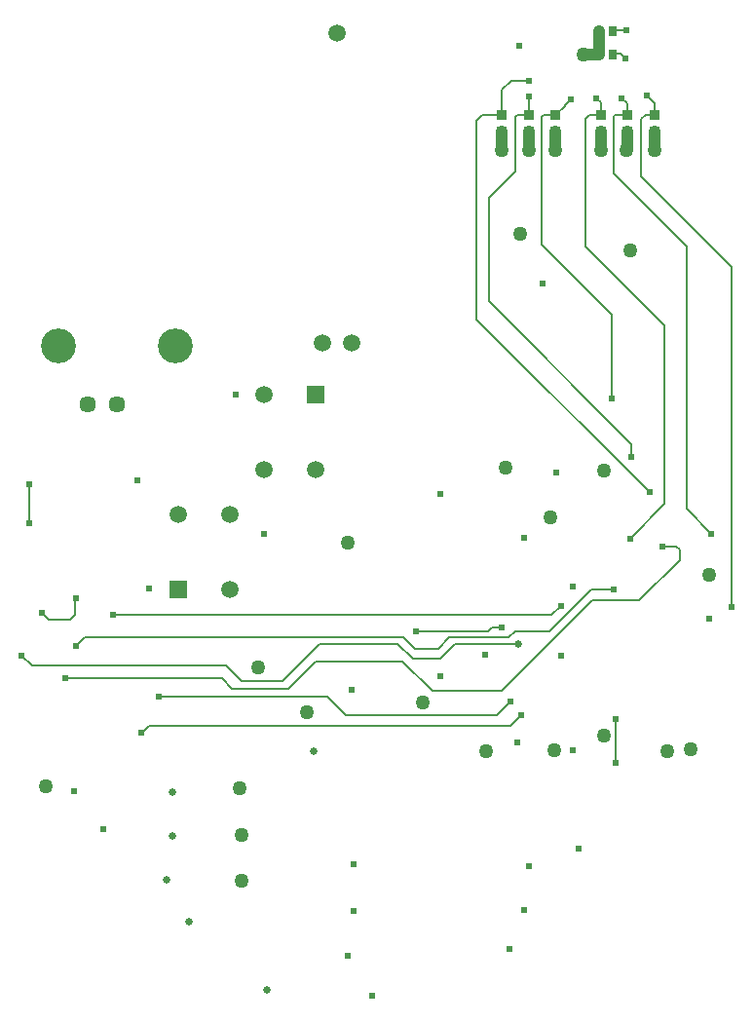
<source format=gbl>
G04*
G04 #@! TF.GenerationSoftware,Altium Limited,Altium Designer,23.8.1 (32)*
G04*
G04 Layer_Physical_Order=4*
G04 Layer_Color=16711680*
%FSLAX25Y25*%
%MOIN*%
G70*
G04*
G04 #@! TF.SameCoordinates,E8196DF9-6BE1-4897-A204-F033BB6E7C32*
G04*
G04*
G04 #@! TF.FilePolarity,Positive*
G04*
G01*
G75*
%ADD10C,0.00787*%
%ADD27R,0.02953X0.03543*%
%ADD28R,0.03788X0.03681*%
%ADD77C,0.03937*%
%ADD80C,0.05693*%
%ADD81C,0.11870*%
%ADD82C,0.05984*%
%ADD83C,0.05906*%
%ADD84R,0.05906X0.05906*%
%ADD85C,0.05000*%
%ADD86C,0.02400*%
%ADD87C,0.02500*%
D10*
X385039Y257087D02*
X436614D01*
X378642Y263484D02*
X385039Y257087D01*
X436614D02*
X441339Y261811D01*
X288976Y269685D02*
X342520D01*
X346063Y266142D01*
X420347Y283733D02*
X440820D01*
X442913Y285827D01*
X416535Y279921D02*
X420347Y283733D01*
X409055Y285827D02*
X433837D01*
X435018Y287008D01*
X404724Y283733D02*
X408536Y279921D01*
X416535D01*
X295544Y283733D02*
X404724D01*
X417323Y276378D02*
X422441Y281496D01*
X444095D01*
X402756D02*
X407874Y276378D01*
X292520Y280709D02*
X295544Y283733D01*
X363386Y268898D02*
X375984Y281496D01*
X402756D01*
X407874Y276378D02*
X417323D01*
X442913Y285827D02*
X454724D01*
X365354Y266142D02*
X374803Y275590D01*
X404331D01*
X320965Y263484D02*
X378642D01*
X346063Y266142D02*
X365354D01*
X344094Y274016D02*
X349213Y268898D01*
X363386D01*
X277559Y274016D02*
X344094D01*
X476575Y491339D02*
X481102D01*
X476378Y491142D02*
X476575Y491339D01*
X442913Y443307D02*
Y461811D01*
X443663Y462561D01*
X433858Y434252D02*
X442913Y443307D01*
X433858Y398819D02*
Y434252D01*
Y398819D02*
X482776Y349902D01*
X486122Y441437D02*
Y461024D01*
X476772Y442520D02*
Y462039D01*
X486122Y461024D02*
X487598Y462500D01*
X476772Y462039D02*
X477233Y462500D01*
X486122Y441437D02*
X516929Y410630D01*
X476772Y442520D02*
X501673Y417618D01*
X477233Y462500D02*
X481201D01*
X452165Y418110D02*
Y461932D01*
Y418110D02*
X476083Y394193D01*
X452794Y462561D02*
X456791D01*
X456845D01*
X452165Y461932D02*
X452794Y462561D01*
X443663D02*
X447638D01*
X466929Y461122D02*
X468330Y462523D01*
X466929Y417421D02*
X493996Y390354D01*
X468330Y462523D02*
X472342D01*
X466929Y417421D02*
Y461122D01*
X479113Y483366D02*
X480786Y481693D01*
X480807D01*
X476476Y483366D02*
X479113D01*
X487992Y468996D02*
X490551Y466437D01*
Y462500D02*
Y466437D01*
X476279Y483169D02*
X476476Y483366D01*
X276722Y336171D02*
X276772Y336221D01*
X276673Y322736D02*
X276722Y322785D01*
Y336171D01*
X320866Y263386D02*
X320965Y263484D01*
X274016Y277559D02*
X277559Y274016D01*
X516929Y294094D02*
Y410630D01*
X501673Y327658D02*
Y417618D01*
Y327658D02*
X510039Y319291D01*
X482283Y317622D02*
X493996Y329334D01*
Y390354D01*
X429823Y392618D02*
X488976Y333465D01*
X429823Y392618D02*
Y460630D01*
X493307Y314961D02*
X498032D01*
X476083Y365650D02*
Y394193D01*
X475984Y365551D02*
X476083Y365650D01*
X482776Y345669D02*
Y349902D01*
X482677Y345571D02*
X482776Y345669D01*
X456845Y462561D02*
X459920Y465636D01*
Y465690D02*
X462046Y467815D01*
X459920Y465636D02*
Y465690D01*
X462046Y467815D02*
X462106D01*
X472342Y462523D02*
Y466711D01*
X470768Y468286D02*
X472342Y466711D01*
X438287Y462598D02*
X438294Y462605D01*
X441536Y474311D02*
X447736D01*
X438294Y471070D02*
X441536Y474311D01*
X438294Y462605D02*
Y471070D01*
X447638Y462561D02*
Y468701D01*
X487598Y462500D02*
X490551D01*
X479429Y468209D02*
X481201Y466437D01*
Y462500D02*
Y466437D01*
X431791Y462598D02*
X438287D01*
X429823Y460630D02*
X431791Y462598D01*
X441339Y253543D02*
X444882Y257087D01*
X317804Y253543D02*
X441339D01*
X314961Y251181D02*
X315442D01*
X317804Y253543D01*
X477362Y240846D02*
X477411Y240896D01*
Y255758D02*
X477461Y255807D01*
X477411Y240896D02*
Y255758D01*
X455512Y291339D02*
X458661Y294488D01*
X305512Y291339D02*
X455512D01*
X454724Y285827D02*
X468898Y300000D01*
X476772D01*
X435018Y287008D02*
X438189D01*
X485433Y296457D02*
X499213Y310236D01*
X438189Y265354D02*
X469291Y296457D01*
X485433D01*
X414567Y265354D02*
X438189D01*
X499213Y310236D02*
Y313779D01*
X498032Y314961D02*
X499213Y313779D01*
X404331Y275590D02*
X414567Y265354D01*
X283465Y289764D02*
X290551D01*
X292211Y291424D02*
Y296936D01*
X290551Y289764D02*
X292211Y291424D01*
X281102Y292126D02*
X283465Y289764D01*
X292211Y296936D02*
X292520Y297244D01*
D27*
X476279Y483169D02*
D03*
X471555D02*
D03*
X471654Y491142D02*
D03*
X476378D02*
D03*
D28*
X472342Y456890D02*
D03*
Y462523D02*
D03*
X438287Y462598D02*
D03*
Y456965D02*
D03*
X456791Y462561D02*
D03*
Y456927D02*
D03*
X447638D02*
D03*
Y462561D02*
D03*
X481201Y462500D02*
D03*
Y456867D02*
D03*
X490551Y462500D02*
D03*
Y456867D02*
D03*
D77*
X438287Y450492D02*
Y456965D01*
X438189Y450394D02*
X438287Y450492D01*
X490551Y450350D02*
Y456867D01*
X481102Y450350D02*
X481201Y450449D01*
Y456867D01*
X472342Y450492D02*
X472441Y450394D01*
X472342Y450492D02*
Y456890D01*
X447638Y450394D02*
X447638Y450394D01*
Y456927D01*
X456693Y450394D02*
X456791Y450492D01*
Y456927D01*
X466339Y483169D02*
X471555D01*
X471654Y483268D01*
Y491142D01*
D80*
X296772Y363465D02*
D03*
X306772D02*
D03*
D81*
X326772Y383465D02*
D03*
X286772D02*
D03*
D82*
X376890Y384409D02*
D03*
X381890Y490394D02*
D03*
X386890Y384409D02*
D03*
D83*
X327756Y325787D02*
D03*
X345472D02*
D03*
Y300197D02*
D03*
X356890Y366732D02*
D03*
Y341142D02*
D03*
X374606D02*
D03*
D84*
X327756Y300197D02*
D03*
X374606Y366732D02*
D03*
D85*
X444685Y421850D02*
D03*
X371654Y258268D02*
D03*
X282283Y232677D02*
D03*
X411417Y261417D02*
D03*
X355118Y273622D02*
D03*
X385827Y316142D02*
D03*
X438189Y450394D02*
D03*
X490551Y450350D02*
D03*
X481102D02*
D03*
X472441Y450394D02*
D03*
X447638D02*
D03*
X456693D02*
D03*
X482283Y416142D02*
D03*
X509449Y305118D02*
D03*
X349213Y200394D02*
D03*
Y216142D02*
D03*
X348819Y232283D02*
D03*
X439567Y341732D02*
D03*
X455118Y324803D02*
D03*
X494882Y244980D02*
D03*
X502854Y245472D02*
D03*
X473228Y250000D02*
D03*
X466339Y483169D02*
D03*
X433071Y244980D02*
D03*
X456299Y245276D02*
D03*
X473228Y340945D02*
D03*
D86*
X292126Y231102D02*
D03*
X288976Y269685D02*
D03*
X313779Y337402D02*
D03*
X409055Y285827D02*
D03*
X432677Y277953D02*
D03*
X357087Y319291D02*
D03*
X301969Y218110D02*
D03*
X347244Y366929D02*
D03*
X317717Y300394D02*
D03*
X481102Y491339D02*
D03*
X509449Y290158D02*
D03*
X480807Y481693D02*
D03*
X440945Y177165D02*
D03*
X446063Y190551D02*
D03*
X447638Y205512D02*
D03*
X446063Y317717D02*
D03*
X462598Y245276D02*
D03*
X487992Y468996D02*
D03*
X444390Y486221D02*
D03*
X457087Y340158D02*
D03*
X276772Y336221D02*
D03*
X276673Y322736D02*
D03*
X320866Y263386D02*
D03*
X510039Y319291D02*
D03*
X488976Y333465D02*
D03*
X493307Y314961D02*
D03*
X452362Y404823D02*
D03*
X475984Y365551D02*
D03*
X482677Y345571D02*
D03*
X447736Y474311D02*
D03*
X447638Y468701D02*
D03*
X462106Y467815D02*
D03*
X479429Y468209D02*
D03*
X470768Y468286D02*
D03*
X443701Y247736D02*
D03*
X477362Y240846D02*
D03*
X477461Y255807D02*
D03*
X458661Y294488D02*
D03*
X305512Y291339D02*
D03*
X476772Y300000D02*
D03*
X438189Y287008D02*
D03*
X462598Y301181D02*
D03*
X292520Y280709D02*
D03*
X417323Y270472D02*
D03*
X387008Y265748D02*
D03*
X292520Y297244D02*
D03*
X274016Y277559D02*
D03*
X314961Y251181D02*
D03*
X444882Y257087D02*
D03*
X441339Y261811D02*
D03*
X417323Y332677D02*
D03*
X458661Y277559D02*
D03*
X464567Y211417D02*
D03*
X394094Y161024D02*
D03*
X385827Y174803D02*
D03*
X387795Y206299D02*
D03*
Y190157D02*
D03*
X516929Y294094D02*
D03*
X281102Y292126D02*
D03*
X482283Y317622D02*
D03*
D87*
X374016Y244882D02*
D03*
X444095Y281496D02*
D03*
X325590Y230709D02*
D03*
X325591Y215748D02*
D03*
X323622Y200787D02*
D03*
X331496Y186614D02*
D03*
X357874Y162992D02*
D03*
M02*

</source>
